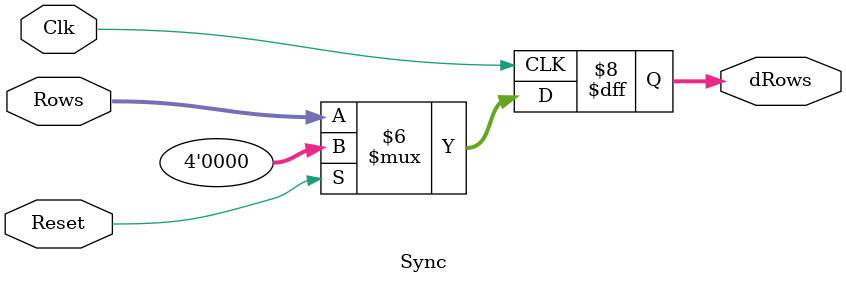
<source format=sv>
module Sync(
	input  logic       Clk, Reset,
	input  logic [3:0] Rows,
	output logic [3:0] dRows);
	
	logic [3:0] Sync0;
	
	
	always @(posedge Clk) begin
		if (Reset) begin
			dRows = 0;
			Sync0 = 0;
		end else begin
			Sync0 = Rows;
			dRows = Sync0;
		end
			
	end
	
endmodule
</source>
